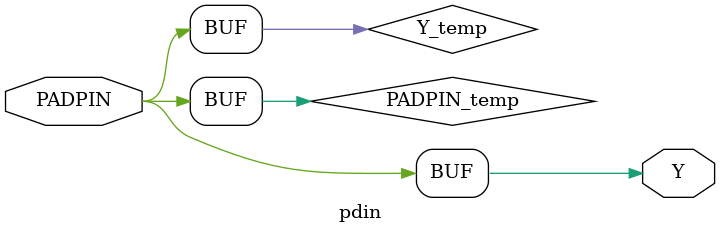
<source format=v>
module pdin(PADPIN,Y);
  parameter YPITCH = "4MA";
  parameter SLIM_FLAG = 0;
  parameter PULL_TYPE = "NONE";
  parameter
        d_PADPIN_r = 0,
        d_PADPIN_f = 0,
        d_Y_r = 1,
        d_Y_f = 1;
  input  PADPIN;
  output  Y;
  wire  PADPIN_temp;
  reg  Y_temp;
  assign #(d_PADPIN_r,d_PADPIN_f) PADPIN_temp = PADPIN;
  assign #(d_Y_r,d_Y_f) Y = Y_temp;
  always
    @(PADPIN_temp)
      Y_temp = PADPIN_temp;
endmodule

</source>
